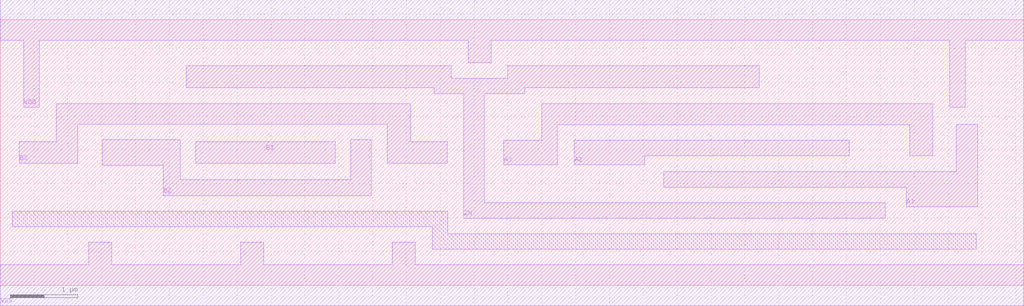
<source format=lef>
# Copyright 2022 GlobalFoundries PDK Authors
#
# Licensed under the Apache License, Version 2.0 (the "License");
# you may not use this file except in compliance with the License.
# You may obtain a copy of the License at
#
#      http://www.apache.org/licenses/LICENSE-2.0
#
# Unless required by applicable law or agreed to in writing, software
# distributed under the License is distributed on an "AS IS" BASIS,
# WITHOUT WARRANTIES OR CONDITIONS OF ANY KIND, either express or implied.
# See the License for the specific language governing permissions and
# limitations under the License.

MACRO gf180mcu_fd_sc_mcu7t5v0__oai33_2
  CLASS core ;
  FOREIGN gf180mcu_fd_sc_mcu7t5v0__oai33_2 0.0 0.0 ;
  ORIGIN 0 0 ;
  SYMMETRY X Y ;
  SITE GF018hv5v_mcu_sc7 ;
  SIZE 15.12 BY 3.92 ;
  PIN A1
    DIRECTION INPUT ;
    ANTENNAGATEAREA 2.079 ;
    PORT
      LAYER Metal1 ;
        POLYGON 9.8 1.45 13.38 1.45 13.38 1.16 14.42 1.16 14.44 1.16 14.44 2.38 14.42 2.38 14.12 2.38 14.12 1.68 9.8 1.68  ;
    END
  END A1
  PIN A2
    DIRECTION INPUT ;
    ANTENNAGATEAREA 2.079 ;
    PORT
      LAYER Metal1 ;
        POLYGON 8.48 1.78 9.52 1.78 9.52 1.91 12.54 1.91 12.54 2.14 8.48 2.14  ;
    END
  END A2
  PIN A3
    DIRECTION INPUT ;
    ANTENNAGATEAREA 2.079 ;
    PORT
      LAYER Metal1 ;
        POLYGON 7.44 1.78 8.23 1.78 8.23 2.37 13.435 2.37 13.435 1.91 13.775 1.91 13.775 2.68 8 2.68 8 2.14 7.44 2.14  ;
    END
  END A3
  PIN B1
    DIRECTION INPUT ;
    ANTENNAGATEAREA 2.079 ;
    PORT
      LAYER Metal1 ;
        POLYGON 2.89 1.8 4.95 1.8 4.95 2.12 2.89 2.12  ;
    END
  END B1
  PIN B2
    DIRECTION INPUT ;
    ANTENNAGATEAREA 2.079 ;
    PORT
      LAYER Metal1 ;
        POLYGON 1.51 1.77 2.41 1.77 2.41 1.325 5.48 1.325 5.48 2.15 5.18 2.15 5.18 1.555 2.66 1.555 2.66 2.15 1.51 2.15  ;
    END
  END B2
  PIN B3
    DIRECTION INPUT ;
    ANTENNAGATEAREA 2.079 ;
    PORT
      LAYER Metal1 ;
        POLYGON 0.28 1.8 1.145 1.8 1.145 2.38 5.72 2.38 5.72 1.8 6.6 1.8 6.6 2.12 6.06 2.12 6.06 2.68 0.825 2.68 0.825 2.12 0.28 2.12  ;
    END
  END B3
  PIN ZN
    DIRECTION OUTPUT ;
    ANTENNADIFFAREA 2.8038 ;
    PORT
      LAYER Metal1 ;
        POLYGON 2.75 2.92 6.41 2.92 6.41 2.825 6.85 2.825 6.85 0.99 13.07 0.99 13.07 1.22 7.15 1.22 7.15 2.825 7.75 2.825 7.75 2.92 11.215 2.92 11.215 3.24 7.5 3.24 7.5 3.055 6.66 3.055 6.66 3.24 2.75 3.24  ;
    END
  END ZN
  PIN VDD
    DIRECTION INOUT ;
    USE power ;
    SHAPE ABUTMENT ;
    PORT
      LAYER Metal1 ;
        POLYGON 0 3.62 0.345 3.62 0.345 2.63 0.575 2.63 0.575 3.62 6.91 3.62 6.91 3.285 7.25 3.285 7.25 3.62 14.025 3.62 14.025 2.63 14.255 2.63 14.255 3.62 14.42 3.62 15.12 3.62 15.12 4.22 14.42 4.22 0 4.22  ;
    END
  END VDD
  PIN VSS
    DIRECTION INOUT ;
    USE ground ;
    SHAPE ABUTMENT ;
    PORT
      LAYER Metal1 ;
        POLYGON 0 -0.3 15.12 -0.3 15.12 0.3 6.13 0.3 6.13 0.635 5.79 0.635 5.79 0.3 3.89 0.3 3.89 0.635 3.55 0.635 3.55 0.3 1.65 0.3 1.65 0.635 1.31 0.635 1.31 0.3 0 0.3  ;
    END
  END VSS
  OBS
      LAYER Metal1 ;
        POLYGON 0.18 0.865 6.38 0.865 6.38 0.53 14.42 0.53 14.42 0.76 6.61 0.76 6.61 1.095 0.18 1.095  ;
  END
END gf180mcu_fd_sc_mcu7t5v0__oai33_2

</source>
